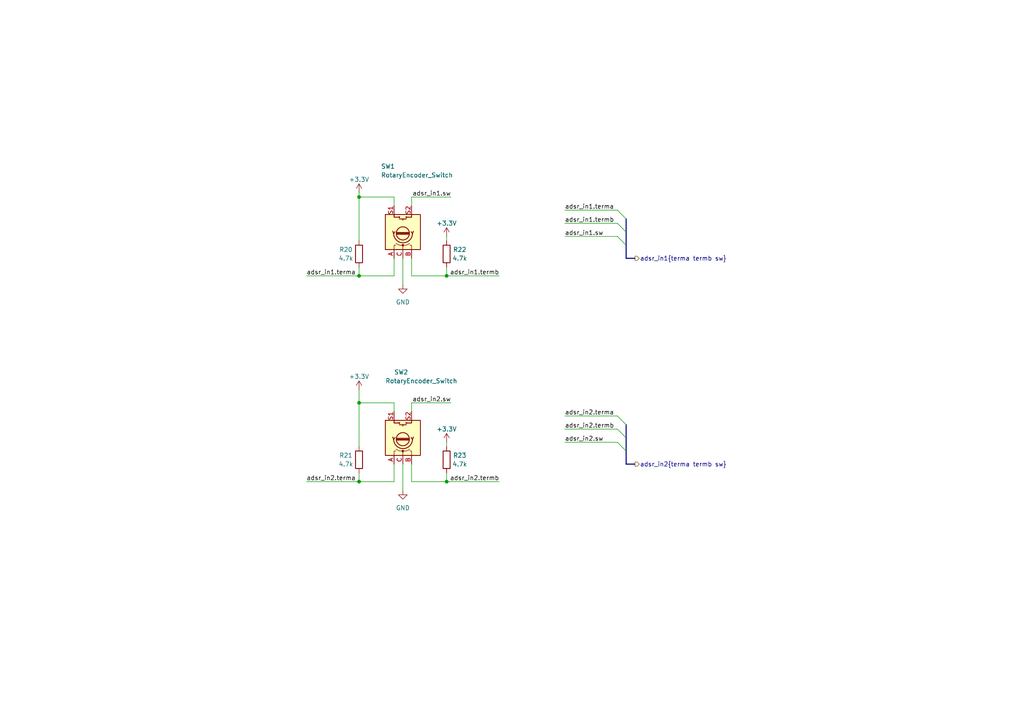
<source format=kicad_sch>
(kicad_sch (version 20230121) (generator eeschema)
  (paper "A4")
  (lib_symbols
    (symbol "Device:R" (pin_numbers hide) (pin_names (offset 0))
      (property "Reference" "R" (at 2.032 0 90))
      (property "Value" "R" (at 0 0 90))
      (symbol "R_0_1"
        (rectangle (start -1.016 -2.54) (end 1.016 2.54) (stroke (width 0.254)))
      )
      (symbol "R_1_1"
        (pin passive line (at 0 3.81 270) (length 1.27) (name "~") (number "1"))
        (pin passive line (at 0 -3.81 90) (length 1.27) (name "~") (number "2"))
      )
    )
    (symbol "Device:RotaryEncoder_Switch" (pin_names (offset 0.254) hide)
      (property "Reference" "SW" (at 0 6.604 0))
      (property "Value" "RotaryEncoder_Switch" (at 0 -6.604 0))
      (symbol "RotaryEncoder_Switch_0_1"
        (rectangle (start -5.08 5.08) (end 5.08 -5.08) (stroke (width 0.254)) (fill (type background)))
        (circle (center -3.81 0) (radius 0.254) (fill (type outline)))
        (circle (center -0.381 0) (radius 1.905) (stroke (width 0.254)))
        (arc (start -0.381 2.667) (mid -3.0988 -0.0635) (end -0.381 -2.794) (stroke (width 0.254)))
        (polyline (pts (xy -0.635 -1.778) (xy -0.635 1.778)) (stroke (width 0.254)))
        (polyline (pts (xy -0.381 -1.778) (xy -0.381 1.778)) (stroke (width 0.254)))
        (polyline (pts (xy -0.127 1.778) (xy -0.127 -1.778)) (stroke (width 0.254)))
        (polyline (pts (xy 3.81 0) (xy 3.429 0)) (stroke (width 0.254)))
        (polyline (pts (xy 3.81 1.016) (xy 3.81 -1.016)) (stroke (width 0.254)))
        (polyline (pts (xy -5.08 -2.54) (xy -3.81 -2.54) (xy -3.81 -2.032)))
        (polyline (pts (xy -5.08 2.54) (xy -3.81 2.54) (xy -3.81 2.032)))
        (polyline (pts (xy 0.254 -3.048) (xy -0.508 -2.794) (xy 0.127 -2.413)) (stroke (width 0.254)))
        (polyline (pts (xy 0.254 2.921) (xy -0.508 2.667) (xy 0.127 2.286)) (stroke (width 0.254)))
        (polyline (pts (xy 5.08 -2.54) (xy 4.318 -2.54) (xy 4.318 -1.016)) (stroke (width 0.254)))
        (polyline (pts (xy 5.08 2.54) (xy 4.318 2.54) (xy 4.318 1.016)) (stroke (width 0.254)))
        (polyline (pts (xy -5.08 0) (xy -3.81 0) (xy -3.81 -1.016) (xy -3.302 -2.032)))
        (polyline (pts (xy -4.318 0) (xy -3.81 0) (xy -3.81 1.016) (xy -3.302 2.032)))
        (circle (center 4.318 -1.016) (radius 0.127) (stroke (width 0.254)))
        (circle (center 4.318 1.016) (radius 0.127) (stroke (width 0.254)))
      )
      (symbol "RotaryEncoder_Switch_1_1"
        (pin passive line (at -7.62 2.54 0) (length 2.54) (name "A") (number "A"))
        (pin passive line (at -7.62 -2.54 0) (length 2.54) (name "B") (number "B"))
        (pin passive line (at -7.62 0 0) (length 2.54) (name "C") (number "C"))
        (pin passive line (at 7.62 2.54 180) (length 2.54) (name "S1") (number "S1"))
        (pin passive line (at 7.62 -2.54 180) (length 2.54) (name "S2") (number "S2"))
      )
    )
    (symbol "power:+3.3V" (power) (pin_names (offset 0))
      (property "Value" "+3.3V" (at 0 3.556 0))
      (symbol "+3.3V_0_1"
        (polyline (pts (xy -0.762 1.27) (xy 0 2.54)))
        (polyline (pts (xy 0 0) (xy 0 2.54)))
        (polyline (pts (xy 0 2.54) (xy 0.762 1.27)))
      )
      (symbol "+3.3V_1_1"
        (pin power_in line (at 0 0 90) (length 0) hide (name "+3.3V") (number "1"))
      )
    )
    (symbol "power:GND" (power) (pin_names (offset 0))
      (property "Value" "GND" (at 0 -3.81 0))
      (symbol "GND_0_1"
        (polyline (pts (xy 0 0) (xy 0 -1.27) (xy 1.27 -1.27) (xy 0 -2.54) (xy -1.27 -1.27) (xy 0 -1.27)))
      )
      (symbol "GND_1_1"
        (pin power_in line (at 0 0 270) (length 0) hide (name "GND") (number "1"))
      )
    )
  )
  (junction (at 104.14 57.15))
  (junction (at 104.14 116.84))
  (junction (at 129.54 139.7))
  (junction (at 104.14 80.01))
  (junction (at 129.54 80.01))
  (junction (at 104.14 139.7))
  (bus_entry (at 181.61 71.12) (size -2.54 -2.54))
  (bus_entry (at 181.61 127) (size -2.54 -2.54))
  (bus_entry (at 181.61 67.31) (size -2.54 -2.54))
  (bus_entry (at 181.61 123.19) (size -2.54 -2.54))
  (bus_entry (at 181.61 63.5) (size -2.54 -2.54))
  (bus_entry (at 181.61 130.81) (size -2.54 -2.54))
  (bus (pts (xy 181.61 127) (xy 181.61 130.81)))
  (wire (pts (xy 129.54 68.58) (xy 129.54 69.85)))
  (bus (pts (xy 181.61 71.12) (xy 181.61 74.93)))
  (wire (pts (xy 129.54 80.01) (xy 144.78 80.01)))
  (wire (pts (xy 119.38 74.93) (xy 119.38 80.01)))
  (wire (pts (xy 119.38 134.62) (xy 119.38 139.7)))
  (wire (pts (xy 163.83 120.65) (xy 179.07 120.65)))
  (wire (pts (xy 119.38 119.38) (xy 119.38 116.84)))
  (wire (pts (xy 104.14 80.01) (xy 114.3 80.01)))
  (wire (pts (xy 114.3 119.38) (xy 114.3 116.84)))
  (wire (pts (xy 129.54 139.7) (xy 119.38 139.7)))
  (wire (pts (xy 129.54 137.16) (xy 129.54 139.7)))
  (wire (pts (xy 116.84 134.62) (xy 116.84 142.24)))
  (wire (pts (xy 104.14 139.7) (xy 114.3 139.7)))
  (wire (pts (xy 129.54 128.27) (xy 129.54 129.54)))
  (wire (pts (xy 129.54 80.01) (xy 119.38 80.01)))
  (wire (pts (xy 163.83 124.46) (xy 179.07 124.46)))
  (wire (pts (xy 104.14 113.03) (xy 104.14 116.84)))
  (wire (pts (xy 119.38 116.84) (xy 130.81 116.84)))
  (wire (pts (xy 88.9 139.7) (xy 104.14 139.7)))
  (wire (pts (xy 104.14 57.15) (xy 104.14 69.85)))
  (wire (pts (xy 129.54 139.7) (xy 144.78 139.7)))
  (wire (pts (xy 129.54 77.47) (xy 129.54 80.01)))
  (wire (pts (xy 114.3 134.62) (xy 114.3 139.7)))
  (wire (pts (xy 88.9 80.01) (xy 104.14 80.01)))
  (bus (pts (xy 181.61 67.31) (xy 181.61 63.5)))
  (wire (pts (xy 163.83 64.77) (xy 179.07 64.77)))
  (bus (pts (xy 184.15 134.62) (xy 181.61 134.62)))
  (wire (pts (xy 163.83 68.58) (xy 179.07 68.58)))
  (wire (pts (xy 104.14 55.88) (xy 104.14 57.15)))
  (wire (pts (xy 104.14 137.16) (xy 104.14 139.7)))
  (wire (pts (xy 114.3 59.69) (xy 114.3 57.15)))
  (wire (pts (xy 114.3 74.93) (xy 114.3 80.01)))
  (wire (pts (xy 104.14 116.84) (xy 104.14 129.54)))
  (wire (pts (xy 104.14 116.84) (xy 114.3 116.84)))
  (bus (pts (xy 181.61 127) (xy 181.61 123.19)))
  (wire (pts (xy 163.83 60.96) (xy 179.07 60.96)))
  (wire (pts (xy 114.3 57.15) (xy 104.14 57.15)))
  (wire (pts (xy 163.83 128.27) (xy 179.07 128.27)))
  (wire (pts (xy 119.38 59.69) (xy 119.38 57.15)))
  (wire (pts (xy 119.38 57.15) (xy 130.81 57.15)))
  (wire (pts (xy 104.14 77.47) (xy 104.14 80.01)))
  (wire (pts (xy 116.84 74.93) (xy 116.84 82.55)))
  (bus (pts (xy 181.61 130.81) (xy 181.61 134.62)))
  (bus (pts (xy 184.15 74.93) (xy 181.61 74.93)))
  (bus (pts (xy 181.61 67.31) (xy 181.61 71.12)))
  (label "adsr_in2.termb" (at 163.83 124.46 0))
  (label "adsr_in2.termb" (at 144.78 139.7 180))
  (label "adsr_in2.terma" (at 88.9 139.7 0))
  (label "adsr_in2.sw" (at 130.81 116.84 180))
  (label "adsr_in2.terma" (at 163.83 120.65 0))
  (label "adsr_in1.terma" (at 163.83 60.96 0))
  (label "adsr_in1.terma" (at 88.9 80.01 0))
  (label "adsr_in1.sw" (at 130.81 57.15 180))
  (label "adsr_in1.termb" (at 144.78 80.01 180))
  (label "adsr_in2.sw" (at 163.83 128.27 0))
  (label "adsr_in1.sw" (at 163.83 68.58 0))
  (label "adsr_in1.termb" (at 163.83 64.77 0))
  (hierarchical_label "adsr_in2{terma termb sw}" (shape output) (at 184.15 134.62 0))
  (hierarchical_label "adsr_in1{terma termb sw}" (shape output) (at 184.15 74.93 0))
  (symbol (lib_id "power:+3.3V") (at 104.14 113.03 0) (unit 1)
    (property "Reference" "#PWR057" (effects hide))
    (property "Value" "+3.3V" (at 104.14 109.22 0))
  )
  (symbol (lib_id "Device:RotaryEncoder_Switch") (at 116.84 67.31 90) (unit 1)
    (property "Reference" "SW1" (at 110.49 48.26 90) (effects (justify right)))
    (property "Value" "RotaryEncoder_Switch" (at 110.49 50.8 90) (effects (justify right)))
    (property "Footprint" "Rotary_Encoder:RotaryEncoder_Alps_EC12E-Switch_Vertical_H20mm" (effects hide))
  )
  (symbol (lib_id "Device:R") (at 104.14 73.66 0) (unit 1)
    (property "Reference" "R20" (at 100.33 72.39 0))
    (property "Value" "4.7k" (at 100.33 74.93 0))
    (property "Footprint" "Resistor_SMD:R_0805_2012Metric_Pad1.20x1.40mm_HandSolder" (effects hide))
  )
  (symbol (lib_id "Device:R") (at 129.54 73.66 0) (unit 1)
    (property "Reference" "R22" (at 133.35 72.39 0))
    (property "Value" "4.7k" (at 133.35 74.93 0))
    (property "Footprint" "Resistor_SMD:R_0805_2012Metric_Pad1.20x1.40mm_HandSolder" (effects hide))
  )
  (symbol (lib_id "power:+3.3V") (at 104.14 55.88 0) (unit 1)
    (property "Reference" "#PWR056" (effects hide))
    (property "Value" "+3.3V" (at 104.14 52.07 0))
  )
  (symbol (lib_id "power:+3.3V") (at 129.54 68.58 0) (unit 1)
    (property "Reference" "#PWR060" (effects hide))
    (property "Value" "+3.3V" (at 129.54 64.77 0))
  )
  (symbol (lib_id "Device:RotaryEncoder_Switch") (at 116.84 127 90) (unit 1)
    (property "Reference" "SW2" (at 114.3 107.95 90) (effects (justify right)))
    (property "Value" "RotaryEncoder_Switch" (at 111.76 110.49 90) (effects (justify right)))
    (property "Footprint" "Rotary_Encoder:RotaryEncoder_Alps_EC12E-Switch_Vertical_H20mm" (effects hide))
  )
  (symbol (lib_id "Device:R") (at 104.14 133.35 0) (unit 1)
    (property "Reference" "R21" (at 100.33 132.08 0))
    (property "Value" "4.7k" (at 100.33 134.62 0))
    (property "Footprint" "Resistor_SMD:R_0805_2012Metric_Pad1.20x1.40mm_HandSolder" (effects hide))
  )
  (symbol (lib_id "Device:R") (at 129.54 133.35 0) (unit 1)
    (property "Reference" "R23" (at 133.35 132.08 0))
    (property "Value" "4.7k" (at 133.35 134.62 0))
    (property "Footprint" "Resistor_SMD:R_0805_2012Metric_Pad1.20x1.40mm_HandSolder" (effects hide))
  )
  (symbol (lib_id "power:+3.3V") (at 129.54 128.27 0) (unit 1)
    (property "Reference" "#PWR061" (effects hide))
    (property "Value" "+3.3V" (at 129.54 124.46 0))
  )
  (symbol (lib_id "power:GND") (at 116.84 142.24 0) (unit 1)
    (property "Reference" "#PWR059" (effects hide))
    (property "Value" "GND" (at 116.84 147.32 0))
  )
  (symbol (lib_id "power:GND") (at 116.84 82.55 0) (unit 1)
    (property "Reference" "#PWR058" (effects hide))
    (property "Value" "GND" (at 116.84 87.63 0))
  )
)
</source>
